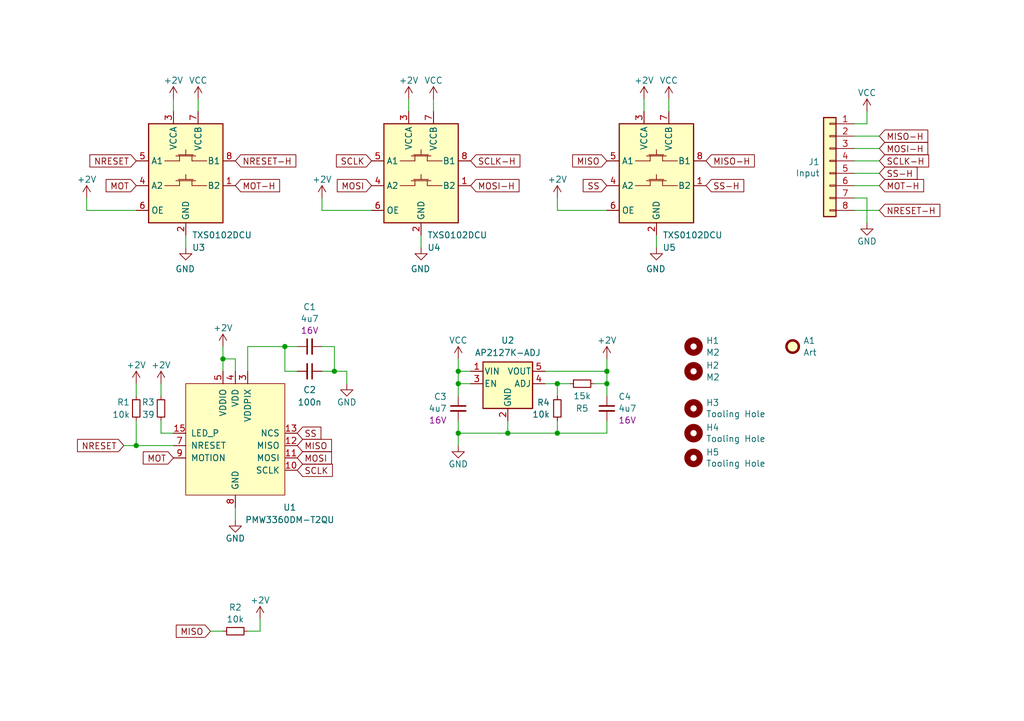
<source format=kicad_sch>
(kicad_sch (version 20230121) (generator eeschema)
  (paper "A5")
  (title_block (title "Ogen PMW3360 Module") (date "2023-09-18") (rev "V1.4") (company "Created by Ariamelon (https://github.com/Ariamelon/Ogen/tree/V1.3)") (comment 1 "All capacitors 50V unless otherwise specified.") (comment 2 "Licensed under CC BY 4.0."))
  (lib_symbols
    (symbol "+2V_1" (power) (pin_names (offset 0))
      (property "Value" "+2V_1" (at 0 3.81 0))
      (symbol "+2V_1_0_1"
        (polyline (pts (xy -0.762 1.27) (xy 0 2.54)))
        (polyline (pts (xy 0 0) (xy 0 2.54)))
        (polyline (pts (xy 0 2.54) (xy 0.762 1.27)))
      )
      (symbol "+2V_1_1_1"
        (pin power_in line (at 0 0 90) (length 0) hide (name "+2V") (number "1"))
      )
    )
    (symbol "Connector_Generic:Conn_01x08" (pin_names (offset 1.016) hide)
      (property "Reference" "J" (at 0 10.16 0))
      (property "Value" "Conn_01x08" (at 0 -12.7 0))
      (symbol "Conn_01x08_1_1"
        (rectangle (start -1.27 -10.033) (end 0 -10.287) (stroke (width 0.1524)))
        (rectangle (start -1.27 -7.493) (end 0 -7.747) (stroke (width 0.1524)))
        (rectangle (start -1.27 -4.953) (end 0 -5.207) (stroke (width 0.1524)))
        (rectangle (start -1.27 -2.413) (end 0 -2.667) (stroke (width 0.1524)))
        (rectangle (start -1.27 0.127) (end 0 -0.127) (stroke (width 0.1524)))
        (rectangle (start -1.27 2.667) (end 0 2.413) (stroke (width 0.1524)))
        (rectangle (start -1.27 5.207) (end 0 4.953) (stroke (width 0.1524)))
        (rectangle (start -1.27 7.747) (end 0 7.493) (stroke (width 0.1524)))
        (rectangle (start -1.27 8.89) (end 1.27 -11.43) (stroke (width 0.254)) (fill (type background)))
        (pin passive line (at -5.08 7.62 0) (length 3.81) (name "Pin_1") (number "1"))
        (pin passive line (at -5.08 5.08 0) (length 3.81) (name "Pin_2") (number "2"))
        (pin passive line (at -5.08 2.54 0) (length 3.81) (name "Pin_3") (number "3"))
        (pin passive line (at -5.08 0 0) (length 3.81) (name "Pin_4") (number "4"))
        (pin passive line (at -5.08 -2.54 0) (length 3.81) (name "Pin_5") (number "5"))
        (pin passive line (at -5.08 -5.08 0) (length 3.81) (name "Pin_6") (number "6"))
        (pin passive line (at -5.08 -7.62 0) (length 3.81) (name "Pin_7") (number "7"))
        (pin passive line (at -5.08 -10.16 0) (length 3.81) (name "Pin_8") (number "8"))
      )
    )
    (symbol "Device:C_Small" (pin_numbers hide) (pin_names (offset 0.254) hide)
      (property "Reference" "C" (at 0.254 1.778 0))
      (property "Value" "C_Small" (at 0.254 -2.032 0))
      (symbol "C_Small_0_1"
        (polyline (pts (xy -1.524 -0.508) (xy 1.524 -0.508)) (stroke (width 0.3302)))
        (polyline (pts (xy -1.524 0.508) (xy 1.524 0.508)) (stroke (width 0.3048)))
      )
      (symbol "C_Small_1_1"
        (pin passive line (at 0 2.54 270) (length 2.032) (name "~") (number "1"))
        (pin passive line (at 0 -2.54 90) (length 2.032) (name "~") (number "2"))
      )
    )
    (symbol "Device:R_Small" (pin_numbers hide) (pin_names (offset 0.254) hide)
      (property "Reference" "R" (at 0.762 0.508 0))
      (property "Value" "R_Small" (at 0.762 -1.016 0))
      (symbol "R_Small_0_1"
        (rectangle (start -0.762 1.778) (end 0.762 -1.778) (stroke (width 0.2032)))
      )
      (symbol "R_Small_1_1"
        (pin passive line (at 0 2.54 270) (length 0.762) (name "~") (number "1"))
        (pin passive line (at 0 -2.54 90) (length 0.762) (name "~") (number "2"))
      )
    )
    (symbol "Logic_LevelTranslator:TXS0102DCU"
      (property "Reference" "U" (at -6.35 11.43 0))
      (property "Value" "TXS0102DCU" (at 3.81 11.43 0))
      (symbol "TXS0102DCU_0_1"
        (rectangle (start -7.62 10.16) (end 7.62 -10.16) (stroke (width 0.254)) (fill (type background)))
        (polyline (pts (xy -4.318 -2.54) (xy -1.27 -2.54)))
        (polyline (pts (xy -2.032 -1.524) (xy 2.032 -1.524)))
        (polyline (pts (xy -1.524 -1.27) (xy 1.524 -1.27)))
        (polyline (pts (xy -1.27 -2.54) (xy -1.27 -1.524)))
        (polyline (pts (xy 0 -1.27) (xy 0 -0.254)))
        (polyline (pts (xy 1.27 -2.54) (xy 1.27 -1.524)))
        (polyline (pts (xy 4.318 -2.54) (xy 1.27 -2.54)))
      )
      (symbol "TXS0102DCU_1_1"
        (polyline (pts (xy -4.318 2.54) (xy -1.27 2.54)))
        (polyline (pts (xy -2.032 3.556) (xy 2.032 3.556)))
        (polyline (pts (xy -1.524 3.81) (xy 1.524 3.81)))
        (polyline (pts (xy -1.27 2.54) (xy -1.27 3.556)))
        (polyline (pts (xy 0 3.81) (xy 0 4.826)))
        (polyline (pts (xy 1.27 2.54) (xy 1.27 3.556)))
        (polyline (pts (xy 4.318 2.54) (xy 1.27 2.54)))
        (pin bidirectional line (at 10.16 -2.54 180) (length 2.54) (name "B2") (number "1"))
        (pin power_in line (at 0 -12.7 90) (length 2.54) (name "GND") (number "2"))
        (pin power_in line (at -2.54 12.7 270) (length 2.54) (name "VCCA") (number "3"))
        (pin bidirectional line (at -10.16 -2.54 0) (length 2.54) (name "A2") (number "4"))
        (pin bidirectional line (at -10.16 2.54 0) (length 2.54) (name "A1") (number "5"))
        (pin input line (at -10.16 -7.62 0) (length 2.54) (name "OE") (number "6"))
        (pin power_in line (at 2.54 12.7 270) (length 2.54) (name "VCCB") (number "7"))
        (pin bidirectional line (at 10.16 2.54 180) (length 2.54) (name "B1") (number "8"))
      )
    )
    (symbol "Mechanical:Fiducial"
      (property "Reference" "FID" (at 0 5.08 0))
      (property "Value" "Fiducial" (at 0 3.175 0))
      (symbol "Fiducial_0_1"
        (circle (center 0 0) (radius 1.27) (stroke (width 0.508)) (fill (type background)))
      )
    )
    (symbol "Mechanical:MountingHole" (pin_names (offset 1.016))
      (property "Reference" "H" (at 0 5.08 0))
      (property "Value" "MountingHole" (at 0 3.175 0))
      (symbol "MountingHole_0_1"
        (circle (center 0 0) (radius 1.27) (stroke (width 1.27)))
      )
    )
    (symbol "PMW3360DM-T2QU_1" (pin_names (offset 1.016))
      (property "Reference" "U" (at 0 12.7 0))
      (property "Value" "PMW3360DM-T2QU_1" (at 0 20.32 0))
      (symbol "PMW3360DM-T2QU_1_0_1"
        (rectangle (start -10.16 10.16) (end 10.16 -12.7) (fill (type background)))
      )
      (symbol "PMW3360DM-T2QU_1_1_1"
        (pin no_connect line (at -12.7 7.62 0) (length 2.54) hide (name "NC") (number "1"))
        (pin input line (at 12.7 -7.62 180) (length 2.54) (name "SCLK") (number "10"))
        (pin input line (at 12.7 -5.08 180) (length 2.54) (name "MOSI") (number "11"))
        (pin output line (at 12.7 -2.54 180) (length 2.54) (name "MISO") (number "12"))
        (pin input line (at 12.7 0 180) (length 2.54) (name "NCS") (number "13"))
        (pin no_connect line (at -12.7 7.62 0) (length 2.54) hide (name "NC") (number "14"))
        (pin input line (at -12.7 0 0) (length 2.54) (name "LED_P") (number "15"))
        (pin no_connect line (at -12.7 7.62 0) (length 2.54) hide (name "NC") (number "16"))
        (pin no_connect line (at -12.7 7.62 0) (length 2.54) hide (name "NC") (number "2"))
        (pin power_in line (at 2.54 12.7 270) (length 2.54) (name "VDDPIX") (number "3"))
        (pin power_in line (at 0 12.7 270) (length 2.54) (name "VDD") (number "4"))
        (pin power_in line (at -2.54 12.7 270) (length 2.54) (name "VDDIO") (number "5"))
        (pin no_connect line (at -12.7 7.62 0) (length 2.54) hide (name "NC") (number "6"))
        (pin input line (at -12.7 -2.54 0) (length 2.54) (name "NRESET") (number "7"))
        (pin power_in line (at 0 -15.24 90) (length 2.54) (name "GND") (number "8"))
        (pin output line (at -12.7 -5.08 0) (length 2.54) (name "MOTION") (number "9"))
      )
    )
    (symbol "Regulator_Linear:AP2127K-ADJ" (pin_names (offset 0.254))
      (property "Reference" "U" (at -5.08 5.715 0))
      (property "Value" "AP2127K-ADJ" (at 0 5.715 0))
      (symbol "AP2127K-ADJ_0_1"
        (rectangle (start -5.08 4.445) (end 5.08 -5.08) (stroke (width 0.254)) (fill (type background)))
      )
      (symbol "AP2127K-ADJ_1_1"
        (pin power_in line (at -7.62 2.54 0) (length 2.54) (name "VIN") (number "1"))
        (pin power_in line (at 0 -7.62 90) (length 2.54) (name "GND") (number "2"))
        (pin input line (at -7.62 0 0) (length 2.54) (name "EN") (number "3"))
        (pin input line (at 7.62 0 180) (length 2.54) (name "ADJ") (number "4"))
        (pin power_out line (at 7.62 2.54 180) (length 2.54) (name "VOUT") (number "5"))
      )
    )
    (symbol "power:GND" (power) (pin_names (offset 0))
      (property "Value" "GND" (at 0 -3.81 0))
      (symbol "GND_0_1"
        (polyline (pts (xy 0 0) (xy 0 -1.27) (xy 1.27 -1.27) (xy 0 -2.54) (xy -1.27 -1.27) (xy 0 -1.27)))
      )
      (symbol "GND_1_1"
        (pin power_in line (at 0 0 270) (length 0) hide (name "GND") (number "1"))
      )
    )
    (symbol "power:VCC" (power) (pin_names (offset 0))
      (property "Value" "VCC" (at 0 3.81 0))
      (symbol "VCC_0_1"
        (polyline (pts (xy -0.762 1.27) (xy 0 2.54)))
        (polyline (pts (xy 0 0) (xy 0 2.54)))
        (polyline (pts (xy 0 2.54) (xy 0.762 1.27)))
      )
      (symbol "VCC_1_1"
        (pin power_in line (at 0 0 90) (length 0) hide (name "VCC") (number "1"))
      )
    )
  )
  (junction (at 93.98 88.9))
  (junction (at 114.3 78.74))
  (junction (at 93.98 78.74))
  (junction (at 93.98 76.2))
  (junction (at 68.58 76.2))
  (junction (at 27.94 91.44))
  (junction (at 114.3 88.9))
  (junction (at 124.46 78.74))
  (junction (at 124.46 76.2))
  (junction (at 104.14 88.9))
  (junction (at 58.42 71.12))
  (junction (at 45.72 73.66))
  (wire (pts (xy 124.46 81.28) (xy 124.46 78.74)))
  (wire (pts (xy 114.3 78.74) (xy 116.84 78.74)))
  (wire (pts (xy 68.58 71.12) (xy 66.04 71.12)))
  (wire (pts (xy 114.3 78.74) (xy 114.3 81.28)))
  (wire (pts (xy 124.46 86.36) (xy 124.46 88.9)))
  (wire (pts (xy 175.26 35.56) (xy 180.34 35.56)))
  (wire (pts (xy 93.98 81.28) (xy 93.98 78.74)))
  (wire (pts (xy 71.12 78.74) (xy 71.12 76.2)))
  (wire (pts (xy 104.14 88.9) (xy 104.14 86.36)))
  (wire (pts (xy 45.72 73.66) (xy 45.72 76.2)))
  (wire (pts (xy 114.3 88.9) (xy 114.3 86.36)))
  (wire (pts (xy 48.26 76.2) (xy 48.26 73.66)))
  (wire (pts (xy 93.98 86.36) (xy 93.98 88.9)))
  (wire (pts (xy 177.8 25.4) (xy 175.26 25.4)))
  (wire (pts (xy 104.14 88.9) (xy 114.3 88.9)))
  (wire (pts (xy 66.04 43.18) (xy 76.2 43.18)))
  (wire (pts (xy 33.02 86.36) (xy 33.02 88.9)))
  (wire (pts (xy 93.98 78.74) (xy 93.98 76.2)))
  (wire (pts (xy 66.04 76.2) (xy 68.58 76.2)))
  (wire (pts (xy 180.34 27.94) (xy 175.26 27.94)))
  (wire (pts (xy 180.34 38.1) (xy 175.26 38.1)))
  (wire (pts (xy 134.62 48.26) (xy 134.62 50.8)))
  (wire (pts (xy 177.8 22.86) (xy 177.8 25.4)))
  (wire (pts (xy 175.26 30.48) (xy 180.34 30.48)))
  (wire (pts (xy 40.64 20.32) (xy 40.64 22.86)))
  (wire (pts (xy 124.46 78.74) (xy 124.46 76.2)))
  (wire (pts (xy 58.42 71.12) (xy 50.8 71.12)))
  (wire (pts (xy 177.8 40.64) (xy 175.26 40.64)))
  (wire (pts (xy 71.12 76.2) (xy 68.58 76.2)))
  (wire (pts (xy 111.76 78.74) (xy 114.3 78.74)))
  (wire (pts (xy 27.94 78.74) (xy 27.94 81.28)))
  (wire (pts (xy 177.8 40.64) (xy 177.8 45.72)))
  (wire (pts (xy 121.92 78.74) (xy 124.46 78.74)))
  (wire (pts (xy 48.26 104.14) (xy 48.26 106.68)))
  (wire (pts (xy 25.4 91.44) (xy 27.94 91.44)))
  (wire (pts (xy 50.8 71.12) (xy 50.8 76.2)))
  (wire (pts (xy 93.98 88.9) (xy 104.14 88.9)))
  (wire (pts (xy 48.26 73.66) (xy 45.72 73.66)))
  (wire (pts (xy 27.94 91.44) (xy 35.56 91.44)))
  (wire (pts (xy 68.58 76.2) (xy 68.58 71.12)))
  (wire (pts (xy 114.3 88.9) (xy 124.46 88.9)))
  (wire (pts (xy 35.56 20.32) (xy 35.56 22.86)))
  (wire (pts (xy 88.9 20.32) (xy 88.9 22.86)))
  (wire (pts (xy 45.72 71.12) (xy 45.72 73.66)))
  (wire (pts (xy 33.02 78.74) (xy 33.02 81.28)))
  (wire (pts (xy 27.94 86.36) (xy 27.94 91.44)))
  (wire (pts (xy 17.78 43.18) (xy 27.94 43.18)))
  (wire (pts (xy 58.42 71.12) (xy 58.42 76.2)))
  (wire (pts (xy 66.04 40.64) (xy 66.04 43.18)))
  (wire (pts (xy 83.82 20.32) (xy 83.82 22.86)))
  (wire (pts (xy 137.16 20.32) (xy 137.16 22.86)))
  (wire (pts (xy 86.36 48.26) (xy 86.36 50.8)))
  (wire (pts (xy 17.78 40.64) (xy 17.78 43.18)))
  (wire (pts (xy 93.98 78.74) (xy 96.52 78.74)))
  (wire (pts (xy 58.42 76.2) (xy 60.96 76.2)))
  (wire (pts (xy 180.34 33.02) (xy 175.26 33.02)))
  (wire (pts (xy 38.1 48.26) (xy 38.1 50.8)))
  (wire (pts (xy 111.76 76.2) (xy 124.46 76.2)))
  (wire (pts (xy 53.34 127) (xy 53.34 129.54)))
  (wire (pts (xy 33.02 88.9) (xy 35.56 88.9)))
  (wire (pts (xy 114.3 40.64) (xy 114.3 43.18)))
  (wire (pts (xy 93.98 76.2) (xy 96.52 76.2)))
  (wire (pts (xy 58.42 71.12) (xy 60.96 71.12)))
  (wire (pts (xy 45.72 129.54) (xy 43.18 129.54)))
  (wire (pts (xy 50.8 129.54) (xy 53.34 129.54)))
  (wire (pts (xy 93.98 73.66) (xy 93.98 76.2)))
  (wire (pts (xy 114.3 43.18) (xy 124.46 43.18)))
  (wire (pts (xy 93.98 88.9) (xy 93.98 91.44)))
  (wire (pts (xy 124.46 73.66) (xy 124.46 76.2)))
  (wire (pts (xy 132.08 20.32) (xy 132.08 22.86)))
  (wire (pts (xy 175.26 43.18) (xy 180.34 43.18)))
  (global_label "MOT-H" (shape input) (at 48.26 38.1 0) (property "Intersheetrefs" "${INTERSHEET_REFS}" (effects hide)))
  (global_label "MOSI-H" (shape input) (at 96.52 38.1 0) (property "Intersheetrefs" "${INTERSHEET_REFS}" (effects hide)))
  (global_label "MISO" (shape input) (at 60.96 91.44 0) (property "Intersheetrefs" "${INTERSHEET_REFS}" (effects hide)))
  (global_label "NRESET" (shape input) (at 25.4 91.44 180) (property "Intersheetrefs" "${INTERSHEET_REFS}" (effects hide)))
  (global_label "MISO-H" (shape input) (at 180.34 27.94 0) (property "Intersheetrefs" "${INTERSHEET_REFS}" (effects hide)))
  (global_label "SS" (shape input) (at 124.46 38.1 180) (property "Intersheetrefs" "${INTERSHEET_REFS}" (effects hide)))
  (global_label "SCLK-H" (shape input) (at 96.52 33.02 0) (property "Intersheetrefs" "${INTERSHEET_REFS}" (effects hide)))
  (global_label "MOSI-H" (shape input) (at 180.34 30.48 0) (property "Intersheetrefs" "${INTERSHEET_REFS}" (effects hide)))
  (global_label "NRESET" (shape input) (at 27.94 33.02 180) (property "Intersheetrefs" "${INTERSHEET_REFS}" (effects hide)))
  (global_label "MISO" (shape input) (at 43.18 129.54 180) (property "Intersheetrefs" "${INTERSHEET_REFS}" (effects hide)))
  (global_label "SCLK-H" (shape input) (at 180.34 33.02 0) (property "Intersheetrefs" "${INTERSHEET_REFS}" (effects hide)))
  (global_label "MOSI" (shape input) (at 60.96 93.98 0) (property "Intersheetrefs" "${INTERSHEET_REFS}" (effects hide)))
  (global_label "MISO-H" (shape input) (at 144.78 33.02 0) (property "Intersheetrefs" "${INTERSHEET_REFS}" (effects hide)))
  (global_label "SS" (shape input) (at 60.96 88.9 0) (property "Intersheetrefs" "${INTERSHEET_REFS}" (effects hide)))
  (global_label "SS-H" (shape input) (at 180.34 35.56 0) (property "Intersheetrefs" "${INTERSHEET_REFS}" (effects hide)))
  (global_label "MOT" (shape input) (at 27.94 38.1 180) (property "Intersheetrefs" "${INTERSHEET_REFS}" (effects hide)))
  (global_label "MOT" (shape input) (at 35.56 93.98 180) (property "Intersheetrefs" "${INTERSHEET_REFS}" (effects hide)))
  (global_label "SS-H" (shape input) (at 144.78 38.1 0) (property "Intersheetrefs" "${INTERSHEET_REFS}" (effects hide)))
  (global_label "SCLK" (shape input) (at 76.2 33.02 180) (property "Intersheetrefs" "${INTERSHEET_REFS}" (effects hide)))
  (global_label "SCLK" (shape input) (at 60.96 96.52 0) (property "Intersheetrefs" "${INTERSHEET_REFS}" (effects hide)))
  (global_label "MOSI" (shape input) (at 76.2 38.1 180) (property "Intersheetrefs" "${INTERSHEET_REFS}" (effects hide)))
  (global_label "NRESET-H" (shape input) (at 48.26 33.02 0) (property "Intersheetrefs" "${INTERSHEET_REFS}" (effects hide)))
  (global_label "NRESET-H" (shape input) (at 180.34 43.18 0) (property "Intersheetrefs" "${INTERSHEET_REFS}" (effects hide)))
  (global_label "MOT-H" (shape input) (at 180.34 38.1 0) (property "Intersheetrefs" "${INTERSHEET_REFS}" (effects hide)))
  (global_label "MISO" (shape input) (at 124.46 33.02 180) (property "Intersheetrefs" "${INTERSHEET_REFS}" (effects hide)))
  (symbol (lib_id "Connector_Generic:Conn_01x08") (at 170.18 33.02 0) (mirror y) (unit 1) (in_bom no)
    (property "Reference" "J1" (at 168.148 33.2232 0) (effects (justify left)))
    (property "Value" "Input" (at 168.148 35.5346 0) (effects (justify left)))
    (property "Footprint" "Connector_PinHeader_2.54mm:PinHeader_1x08_P2.54mm_Vertical" (effects hide))
  )
  (symbol (lib_id "power:VCC") (at 177.8 22.86 0) (mirror y) (unit 1)
    (property "Reference" "#PWR02" (effects hide))
    (property "Value" "VCC" (at 177.8 19.05 0))
  )
  (symbol (lib_id "power:GND") (at 177.8 45.72 0) (mirror y) (unit 1)
    (property "Reference" "#PWR04" (effects hide))
    (property "Value" "GND" (at 177.8 49.53 0))
  )
  (symbol (lib_id "Device:R_Small") (at 48.26 129.54 270) (unit 1)
    (property "Reference" "R2" (at 48.26 124.6591 90))
    (property "Value" "10k" (at 48.26 127.0833 90))
    (property "Footprint" "Resistor_SMD:R_0603_1608Metric" (effects hide))
    (property "Description" "0603 resistor" (effects hide))
    (property "LCSC" "C25804" (effects hide))
  )
  (symbol (lib_name "+2V_1") (lib_id "Honeydew:+2V") (at 27.94 78.74 0) (unit 1)
    (property "Reference" "#PWR05" (effects hide))
    (property "Value" "+2V" (at 27.94 74.93 0))
  )
  (symbol (lib_id "power:VCC") (at 137.16 20.32 0) (unit 1)
    (property "Reference" "#PWR0110" (effects hide))
    (property "Value" "VCC" (at 137.16 16.51 0))
  )
  (symbol (lib_name "+2V_1") (lib_id "Honeydew:+2V") (at 114.3 40.64 0) (unit 1)
    (property "Reference" "#PWR012" (effects hide))
    (property "Value" "+2V" (at 114.3 36.83 0))
  )
  (symbol (lib_name "+2V_1") (lib_id "Honeydew:+2V") (at 35.56 20.32 0) (unit 1)
    (property "Reference" "#PWR07" (effects hide))
    (property "Value" "+2V" (at 35.56 16.51 0))
  )
  (symbol (lib_id "Logic_LevelTranslator:TXS0102DCU") (at 134.62 35.56 0) (unit 1)
    (property "Reference" "U5" (at 135.89 50.8 0) (effects (justify left)))
    (property "Value" "TXS0102DCU" (at 135.89 48.26 0) (effects (justify left)))
    (property "Footprint" "Ogen:VSSOP-8_2.3x2mm_P0.5mm" (effects hide))
    (property "Datasheet" "http://www.ti.com/lit/gpn/txs0102" (effects hide))
    (property "LCSC" "C53434" (effects hide))
  )
  (symbol (lib_name "+2V_1") (lib_id "Honeydew:+2V") (at 53.34 127 0) (unit 1)
    (property "Reference" "#PWR08" (effects hide))
    (property "Value" "+2V" (at 53.34 123.19 0))
  )
  (symbol (lib_id "Logic_LevelTranslator:TXS0102DCU") (at 86.36 35.56 0) (unit 1)
    (property "Reference" "U4" (at 87.63 50.8 0) (effects (justify left)))
    (property "Value" "TXS0102DCU" (at 87.63 48.26 0) (effects (justify left)))
    (property "Footprint" "Ogen:VSSOP-8_2.3x2mm_P0.5mm" (effects hide))
    (property "Datasheet" "http://www.ti.com/lit/gpn/txs0102" (effects hide))
    (property "LCSC" "C53434" (effects hide))
  )
  (symbol (lib_name "+2V_1") (lib_id "Honeydew:+2V") (at 66.04 40.64 0) (unit 1)
    (property "Reference" "#PWR013" (effects hide))
    (property "Value" "+2V" (at 66.04 36.83 0))
  )
  (symbol (lib_id "power:GND") (at 93.98 91.44 0) (mirror y) (unit 1)
    (property "Reference" "#PWR015" (effects hide))
    (property "Value" "GND" (at 93.98 95.25 0))
  )
  (symbol (lib_id "Mechanical:MountingHole") (at 142.24 71.12 0) (unit 1) (in_bom no)
    (property "Reference" "H1" (at 144.78 69.9079 0) (effects (justify left)))
    (property "Value" "M2" (at 144.78 72.3321 0) (effects (justify left)))
    (property "Footprint" "MountingHole:MountingHole_2.2mm_M2" (effects hide))
  )
  (symbol (lib_id "Device:C_Small") (at 93.98 83.82 0) (unit 1)
    (property "Reference" "C3" (at 91.6559 81.4021 0) (effects (justify right)))
    (property "Value" "4u7" (at 91.6559 83.8263 0) (effects (justify right)))
    (property "Footprint" "Capacitor_SMD:C_0603_1608Metric" (effects hide))
    (property "Description" "0603 capacitor" (effects hide))
    (property "LCSC" "C19666" (effects hide))
    (property "Voltage" "16V" (at 91.6559 86.2505 0) (effects (justify right)))
  )
  (symbol (lib_id "Device:R_Small") (at 33.02 83.82 0) (mirror x) (unit 1)
    (property "Reference" "R3" (at 31.75 82.55 0) (effects (justify right)))
    (property "Value" "39" (at 31.75 85.09 0) (effects (justify right)))
    (property "Footprint" "Resistor_SMD:R_0603_1608Metric" (effects hide))
    (property "Description" "0603 resistor" (effects hide))
    (property "LCSC" "C25236" (effects hide))
  )
  (symbol (lib_id "Device:C_Small") (at 63.5 76.2 270) (unit 1)
    (property "Reference" "C2" (at 63.5 80.01 90))
    (property "Value" "100n" (at 63.5 82.55 90))
    (property "Footprint" "Capacitor_SMD:C_0603_1608Metric" (effects hide))
    (property "Description" "0603 capacitor" (effects hide))
    (property "LCSC" "C14663" (effects hide))
  )
  (symbol (lib_id "Device:R_Small") (at 119.38 78.74 270) (unit 1)
    (property "Reference" "R5" (at 119.38 83.82 90))
    (property "Value" "15k" (at 119.38 81.28 90))
    (property "Footprint" "Resistor_SMD:R_0603_1608Metric" (effects hide))
    (property "Description" "0603 resistor" (effects hide))
    (property "LCSC" "C22809" (effects hide))
  )
  (symbol (lib_id "Device:R_Small") (at 114.3 83.82 0) (mirror y) (unit 1)
    (property "Reference" "R4" (at 112.8014 82.6079 0) (effects (justify left)))
    (property "Value" "10k" (at 112.8014 85.0321 0) (effects (justify left)))
    (property "Footprint" "Resistor_SMD:R_0603_1608Metric" (effects hide))
    (property "Description" "0603 resistor" (effects hide))
    (property "LCSC" "C25804" (effects hide))
  )
  (symbol (lib_id "power:VCC") (at 88.9 20.32 0) (unit 1)
    (property "Reference" "#PWR0107" (effects hide))
    (property "Value" "VCC" (at 88.9 16.51 0))
  )
  (symbol (lib_id "Device:R_Small") (at 27.94 83.82 180) (unit 1)
    (property "Reference" "R1" (at 26.67 82.55 0) (effects (justify left)))
    (property "Value" "10k" (at 26.67 85.09 0) (effects (justify left)))
    (property "Footprint" "Resistor_SMD:R_0603_1608Metric" (effects hide))
    (property "Description" "0603 resistor" (effects hide))
    (property "LCSC" "C25804" (effects hide))
  )
  (symbol (lib_id "Regulator_Linear:AP2127K-ADJ") (at 104.14 78.74 0) (unit 1)
    (property "Reference" "U2" (at 104.14 69.85 0))
    (property "Value" "AP2127K-ADJ" (at 104.14 72.39 0))
    (property "Footprint" "Package_TO_SOT_SMD:SOT-23-5" (effects hide))
    (property "Datasheet" "https://www.diodes.com/assets/Datasheets/AP2127.pdf" (effects hide))
    (property "Description" "Adjustable regulator" (effects hide))
    (property "LCSC" "C96343" (effects hide))
  )
  (symbol (lib_id "power:GND") (at 134.62 50.8 0) (mirror y) (unit 1)
    (property "Reference" "#PWR0106" (effects hide))
    (property "Value" "GND" (at 134.493 55.1942 0))
  )
  (symbol (lib_id "power:GND") (at 48.26 106.68 0) (mirror y) (unit 1)
    (property "Reference" "#PWR0101" (effects hide))
    (property "Value" "GND" (at 48.26 110.49 0))
  )
  (symbol (lib_id "power:GND") (at 71.12 78.74 0) (mirror y) (unit 1)
    (property "Reference" "#PWR0102" (effects hide))
    (property "Value" "GND" (at 71.12 82.55 0))
  )
  (symbol (lib_name "+2V_1") (lib_id "Honeydew:+2V") (at 17.78 40.64 0) (unit 1)
    (property "Reference" "#PWR014" (effects hide))
    (property "Value" "+2V" (at 17.78 36.83 0))
  )
  (symbol (lib_name "PMW3360DM-T2QU_1") (lib_id "Ogen:PMW3360DM-T2QU") (at 48.26 88.9 0) (unit 1)
    (property "Reference" "U1" (at 59.4302 104.14 0))
    (property "Value" "PMW3360DM-T2QU" (at 59.4302 106.68 0))
    (property "Footprint" "Ogen:IC_PMW3360DM-T2QU" (effects hide))
  )
  (symbol (lib_id "Mechanical:Fiducial") (at 162.56 71.12 0) (unit 1) (in_bom no)
    (property "Reference" "A1" (at 164.719 69.9079 0) (effects (justify left)))
    (property "Value" "Art" (at 164.719 72.3321 0) (effects (justify left)))
    (property "Footprint" "Ogen:Ariamelon_Logo-CU" (effects hide))
  )
  (symbol (lib_name "+2V_1") (lib_id "Honeydew:+2V") (at 45.72 71.12 0) (unit 1)
    (property "Reference" "#PWR03" (effects hide))
    (property "Value" "+2V" (at 45.72 67.31 0))
  )
  (symbol (lib_name "+2V_1") (lib_id "Honeydew:+2V") (at 132.08 20.32 0) (unit 1)
    (property "Reference" "#PWR010" (effects hide))
    (property "Value" "+2V" (at 132.08 16.51 0))
  )
  (symbol (lib_id "power:GND") (at 38.1 50.8 0) (mirror y) (unit 1)
    (property "Reference" "#PWR0109" (effects hide))
    (property "Value" "GND" (at 37.973 55.1942 0))
  )
  (symbol (lib_id "Mechanical:MountingHole") (at 142.24 83.82 0) (unit 1) (in_bom no)
    (property "Reference" "H3" (at 144.78 82.6516 0) (effects (justify left)))
    (property "Value" "Tooling Hole" (at 144.78 84.963 0) (effects (justify left)))
    (property "Footprint" "Ogen:JLC Tooling Hole" (effects hide))
  )
  (symbol (lib_id "Logic_LevelTranslator:TXS0102DCU") (at 38.1 35.56 0) (unit 1)
    (property "Reference" "U3" (at 39.37 50.8 0) (effects (justify left)))
    (property "Value" "TXS0102DCU" (at 39.37 48.26 0) (effects (justify left)))
    (property "Footprint" "Ogen:VSSOP-8_2.3x2mm_P0.5mm" (effects hide))
    (property "Datasheet" "http://www.ti.com/lit/gpn/txs0102" (effects hide))
    (property "LCSC" "C53434" (effects hide))
  )
  (symbol (lib_id "Device:C_Small") (at 124.46 83.82 0) (unit 1)
    (property "Reference" "C4" (at 126.7841 81.4021 0) (effects (justify left)))
    (property "Value" "4u7" (at 126.7841 83.8263 0) (effects (justify left)))
    (property "Footprint" "Capacitor_SMD:C_0603_1608Metric" (effects hide))
    (property "Description" "0603 capacitor" (effects hide))
    (property "LCSC" "C19666" (effects hide))
    (property "Voltage" "16V" (at 126.7841 86.2505 0) (effects (justify left)))
  )
  (symbol (lib_id "power:GND") (at 86.36 50.8 0) (mirror y) (unit 1)
    (property "Reference" "#PWR0112" (effects hide))
    (property "Value" "GND" (at 86.233 55.1942 0))
  )
  (symbol (lib_id "power:VCC") (at 93.98 73.66 0) (mirror y) (unit 1)
    (property "Reference" "#PWR011" (effects hide))
    (property "Value" "VCC" (at 93.98 69.85 0))
  )
  (symbol (lib_name "+2V_1") (lib_id "Honeydew:+2V") (at 124.46 73.66 0) (unit 1)
    (property "Reference" "#PWR01" (effects hide))
    (property "Value" "+2V" (at 124.46 69.85 0))
  )
  (symbol (lib_id "Mechanical:MountingHole") (at 142.24 88.9 0) (unit 1) (in_bom no)
    (property "Reference" "H4" (at 144.78 87.7316 0) (effects (justify left)))
    (property "Value" "Tooling Hole" (at 144.78 90.043 0) (effects (justify left)))
    (property "Footprint" "Ogen:JLC Tooling Hole" (effects hide))
  )
  (symbol (lib_id "power:VCC") (at 40.64 20.32 0) (unit 1)
    (property "Reference" "#PWR0113" (effects hide))
    (property "Value" "VCC" (at 40.64 16.51 0))
  )
  (symbol (lib_id "Mechanical:MountingHole") (at 142.24 76.2 0) (unit 1) (in_bom no)
    (property "Reference" "H2" (at 144.78 74.9879 0) (effects (justify left)))
    (property "Value" "M2" (at 144.78 77.4121 0) (effects (justify left)))
    (property "Footprint" "MountingHole:MountingHole_2.2mm_M2" (effects hide))
  )
  (symbol (lib_name "+2V_1") (lib_id "Honeydew:+2V") (at 33.02 78.74 0) (unit 1)
    (property "Reference" "#PWR06" (effects hide))
    (property "Value" "+2V" (at 33.02 74.93 0))
  )
  (symbol (lib_id "Mechanical:MountingHole") (at 142.24 93.98 0) (unit 1) (in_bom no)
    (property "Reference" "H5" (at 144.78 92.8116 0) (effects (justify left)))
    (property "Value" "Tooling Hole" (at 144.78 95.123 0) (effects (justify left)))
    (property "Footprint" "Ogen:JLC Tooling Hole" (effects hide))
  )
  (symbol (lib_name "+2V_1") (lib_id "Honeydew:+2V") (at 83.82 20.32 0) (unit 1)
    (property "Reference" "#PWR09" (effects hide))
    (property "Value" "+2V" (at 83.82 16.51 0))
  )
  (symbol (lib_id "Device:C_Small") (at 63.5 71.12 90) (mirror x) (unit 1)
    (property "Reference" "C1" (at 63.5063 62.9894 90))
    (property "Value" "4u7" (at 63.5063 65.4136 90))
    (property "Footprint" "Capacitor_SMD:C_0603_1608Metric" (effects hide))
    (property "Description" "0603 capacitor" (effects hide))
    (property "LCSC" "C19666" (effects hide))
    (property "Voltage" "16V" (at 63.5063 67.8378 90))
  )
)
</source>
